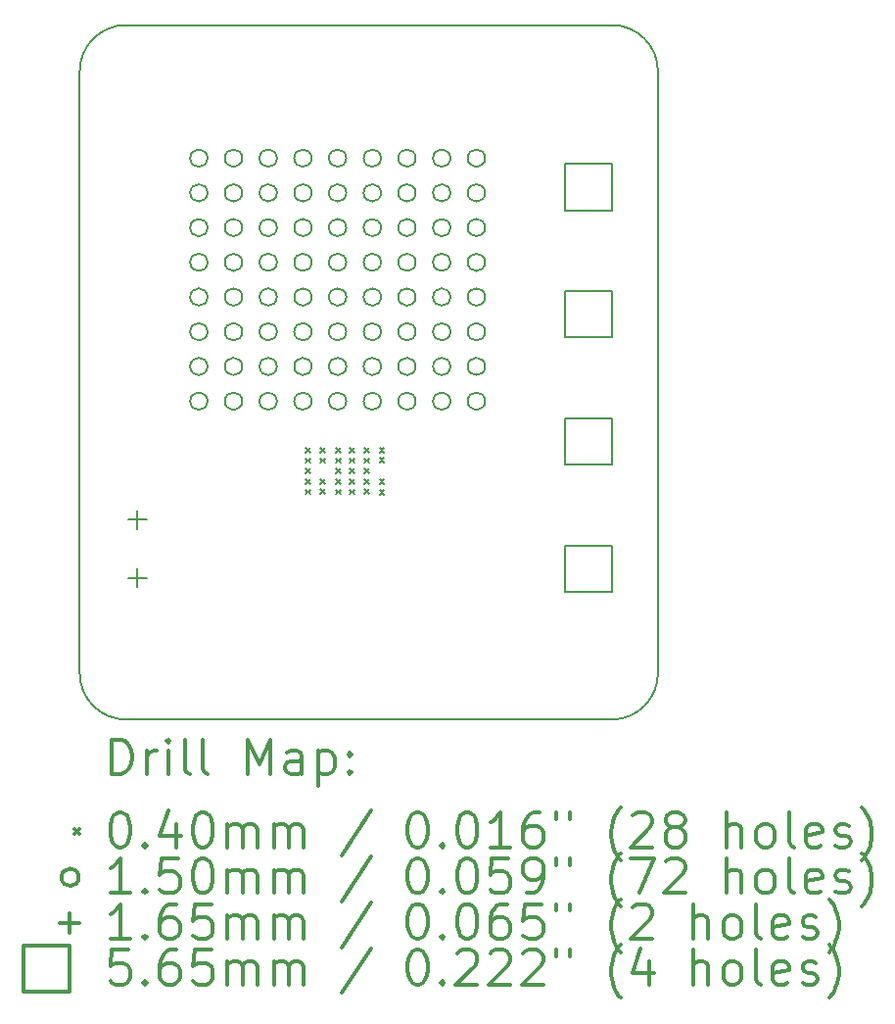
<source format=gbr>
%FSLAX45Y45*%
G04 Gerber Fmt 4.5, Leading zero omitted, Abs format (unit mm)*
G04 Created by KiCad (PCBNEW (5.1.5)-3) date 2020-09-07 21:35:08*
%MOMM*%
%LPD*%
G04 APERTURE LIST*
%TA.AperFunction,Profile*%
%ADD10C,0.150000*%
%TD*%
%ADD11C,0.200000*%
%ADD12C,0.300000*%
G04 APERTURE END LIST*
D10*
X0Y5600000D02*
G75*
G02X400000Y6000000I400000J0D01*
G01*
X400000Y0D02*
G75*
G02X0Y400000I0J400000D01*
G01*
X5000000Y400000D02*
G75*
G02X4600000Y0I-400000J0D01*
G01*
X4600000Y6000000D02*
G75*
G02X5000000Y5600000I0J-400000D01*
G01*
X400000Y0D02*
X4600000Y0D01*
X400000Y6000000D02*
X4600000Y6000000D01*
X5000000Y400000D02*
X5000000Y5600000D01*
X0Y400000D02*
X0Y5600000D01*
D11*
X1954000Y2166000D02*
X1994000Y2126000D01*
X1994000Y2166000D02*
X1954000Y2126000D01*
X1956000Y2347000D02*
X1996000Y2307000D01*
X1996000Y2347000D02*
X1956000Y2307000D01*
X1956000Y2257000D02*
X1996000Y2217000D01*
X1996000Y2257000D02*
X1956000Y2217000D01*
X1956000Y2077000D02*
X1996000Y2037000D01*
X1996000Y2077000D02*
X1956000Y2037000D01*
X1956000Y1987000D02*
X1996000Y1947000D01*
X1996000Y1987000D02*
X1956000Y1947000D01*
X2083000Y2348000D02*
X2123000Y2308000D01*
X2123000Y2348000D02*
X2083000Y2308000D01*
X2083000Y2258000D02*
X2123000Y2218000D01*
X2123000Y2258000D02*
X2083000Y2218000D01*
X2083000Y2078000D02*
X2123000Y2038000D01*
X2123000Y2078000D02*
X2083000Y2038000D01*
X2083000Y1988000D02*
X2123000Y1948000D01*
X2123000Y1988000D02*
X2083000Y1948000D01*
X2215000Y2347000D02*
X2255000Y2307000D01*
X2255000Y2347000D02*
X2215000Y2307000D01*
X2215000Y2257000D02*
X2255000Y2217000D01*
X2255000Y2257000D02*
X2215000Y2217000D01*
X2215000Y2167000D02*
X2255000Y2127000D01*
X2255000Y2167000D02*
X2215000Y2127000D01*
X2215000Y2077000D02*
X2255000Y2037000D01*
X2255000Y2077000D02*
X2215000Y2037000D01*
X2215000Y1987000D02*
X2255000Y1947000D01*
X2255000Y1987000D02*
X2215000Y1947000D01*
X2337000Y2347000D02*
X2377000Y2307000D01*
X2377000Y2347000D02*
X2337000Y2307000D01*
X2337000Y2257000D02*
X2377000Y2217000D01*
X2377000Y2257000D02*
X2337000Y2217000D01*
X2337000Y2167000D02*
X2377000Y2127000D01*
X2377000Y2167000D02*
X2337000Y2127000D01*
X2337000Y2077000D02*
X2377000Y2037000D01*
X2377000Y2077000D02*
X2337000Y2037000D01*
X2337000Y1987000D02*
X2377000Y1947000D01*
X2377000Y1987000D02*
X2337000Y1947000D01*
X2464000Y2348000D02*
X2504000Y2308000D01*
X2504000Y2348000D02*
X2464000Y2308000D01*
X2464000Y2258000D02*
X2504000Y2218000D01*
X2504000Y2258000D02*
X2464000Y2218000D01*
X2464000Y2168000D02*
X2504000Y2128000D01*
X2504000Y2168000D02*
X2464000Y2128000D01*
X2464000Y2078000D02*
X2504000Y2038000D01*
X2504000Y2078000D02*
X2464000Y2038000D01*
X2464000Y1988000D02*
X2504000Y1948000D01*
X2504000Y1988000D02*
X2464000Y1948000D01*
X2592000Y2349000D02*
X2632000Y2309000D01*
X2632000Y2349000D02*
X2592000Y2309000D01*
X2592000Y2261000D02*
X2632000Y2221000D01*
X2632000Y2261000D02*
X2592000Y2221000D01*
X2592000Y2074000D02*
X2632000Y2034000D01*
X2632000Y2074000D02*
X2592000Y2034000D01*
X2592000Y1984000D02*
X2632000Y1944000D01*
X2632000Y1984000D02*
X2592000Y1944000D01*
X1105000Y4850000D02*
G75*
G03X1105000Y4850000I-75000J0D01*
G01*
X1105000Y4550000D02*
G75*
G03X1105000Y4550000I-75000J0D01*
G01*
X1105000Y4250000D02*
G75*
G03X1105000Y4250000I-75000J0D01*
G01*
X1105000Y3950000D02*
G75*
G03X1105000Y3950000I-75000J0D01*
G01*
X1105000Y3650000D02*
G75*
G03X1105000Y3650000I-75000J0D01*
G01*
X1105000Y3350000D02*
G75*
G03X1105000Y3350000I-75000J0D01*
G01*
X1105000Y3050000D02*
G75*
G03X1105000Y3050000I-75000J0D01*
G01*
X1105000Y2750000D02*
G75*
G03X1105000Y2750000I-75000J0D01*
G01*
X1405000Y4850000D02*
G75*
G03X1405000Y4850000I-75000J0D01*
G01*
X1405000Y4550000D02*
G75*
G03X1405000Y4550000I-75000J0D01*
G01*
X1405000Y4250000D02*
G75*
G03X1405000Y4250000I-75000J0D01*
G01*
X1405000Y3950000D02*
G75*
G03X1405000Y3950000I-75000J0D01*
G01*
X1405000Y3650000D02*
G75*
G03X1405000Y3650000I-75000J0D01*
G01*
X1405000Y3350000D02*
G75*
G03X1405000Y3350000I-75000J0D01*
G01*
X1405000Y3050000D02*
G75*
G03X1405000Y3050000I-75000J0D01*
G01*
X1405000Y2750000D02*
G75*
G03X1405000Y2750000I-75000J0D01*
G01*
X1705000Y4850000D02*
G75*
G03X1705000Y4850000I-75000J0D01*
G01*
X1705000Y4550000D02*
G75*
G03X1705000Y4550000I-75000J0D01*
G01*
X1705000Y4250000D02*
G75*
G03X1705000Y4250000I-75000J0D01*
G01*
X1705000Y3950000D02*
G75*
G03X1705000Y3950000I-75000J0D01*
G01*
X1705000Y3650000D02*
G75*
G03X1705000Y3650000I-75000J0D01*
G01*
X1705000Y3350000D02*
G75*
G03X1705000Y3350000I-75000J0D01*
G01*
X1705000Y3050000D02*
G75*
G03X1705000Y3050000I-75000J0D01*
G01*
X1705000Y2750000D02*
G75*
G03X1705000Y2750000I-75000J0D01*
G01*
X2005000Y4850000D02*
G75*
G03X2005000Y4850000I-75000J0D01*
G01*
X2005000Y4550000D02*
G75*
G03X2005000Y4550000I-75000J0D01*
G01*
X2005000Y4250000D02*
G75*
G03X2005000Y4250000I-75000J0D01*
G01*
X2005000Y3950000D02*
G75*
G03X2005000Y3950000I-75000J0D01*
G01*
X2005000Y3650000D02*
G75*
G03X2005000Y3650000I-75000J0D01*
G01*
X2005000Y3350000D02*
G75*
G03X2005000Y3350000I-75000J0D01*
G01*
X2005000Y3050000D02*
G75*
G03X2005000Y3050000I-75000J0D01*
G01*
X2005000Y2750000D02*
G75*
G03X2005000Y2750000I-75000J0D01*
G01*
X2305000Y4850000D02*
G75*
G03X2305000Y4850000I-75000J0D01*
G01*
X2305000Y4550000D02*
G75*
G03X2305000Y4550000I-75000J0D01*
G01*
X2305000Y4250000D02*
G75*
G03X2305000Y4250000I-75000J0D01*
G01*
X2305000Y3950000D02*
G75*
G03X2305000Y3950000I-75000J0D01*
G01*
X2305000Y3650000D02*
G75*
G03X2305000Y3650000I-75000J0D01*
G01*
X2305000Y3350000D02*
G75*
G03X2305000Y3350000I-75000J0D01*
G01*
X2305000Y3050000D02*
G75*
G03X2305000Y3050000I-75000J0D01*
G01*
X2305000Y2750000D02*
G75*
G03X2305000Y2750000I-75000J0D01*
G01*
X2605000Y4850000D02*
G75*
G03X2605000Y4850000I-75000J0D01*
G01*
X2605000Y4550000D02*
G75*
G03X2605000Y4550000I-75000J0D01*
G01*
X2605000Y4250000D02*
G75*
G03X2605000Y4250000I-75000J0D01*
G01*
X2605000Y3950000D02*
G75*
G03X2605000Y3950000I-75000J0D01*
G01*
X2605000Y3650000D02*
G75*
G03X2605000Y3650000I-75000J0D01*
G01*
X2605000Y3350000D02*
G75*
G03X2605000Y3350000I-75000J0D01*
G01*
X2605000Y3050000D02*
G75*
G03X2605000Y3050000I-75000J0D01*
G01*
X2605000Y2750000D02*
G75*
G03X2605000Y2750000I-75000J0D01*
G01*
X2905000Y4850000D02*
G75*
G03X2905000Y4850000I-75000J0D01*
G01*
X2905000Y4550000D02*
G75*
G03X2905000Y4550000I-75000J0D01*
G01*
X2905000Y4250000D02*
G75*
G03X2905000Y4250000I-75000J0D01*
G01*
X2905000Y3950000D02*
G75*
G03X2905000Y3950000I-75000J0D01*
G01*
X2905000Y3650000D02*
G75*
G03X2905000Y3650000I-75000J0D01*
G01*
X2905000Y3350000D02*
G75*
G03X2905000Y3350000I-75000J0D01*
G01*
X2905000Y3050000D02*
G75*
G03X2905000Y3050000I-75000J0D01*
G01*
X2905000Y2750000D02*
G75*
G03X2905000Y2750000I-75000J0D01*
G01*
X3205000Y4850000D02*
G75*
G03X3205000Y4850000I-75000J0D01*
G01*
X3205000Y4550000D02*
G75*
G03X3205000Y4550000I-75000J0D01*
G01*
X3205000Y4250000D02*
G75*
G03X3205000Y4250000I-75000J0D01*
G01*
X3205000Y3950000D02*
G75*
G03X3205000Y3950000I-75000J0D01*
G01*
X3205000Y3650000D02*
G75*
G03X3205000Y3650000I-75000J0D01*
G01*
X3205000Y3350000D02*
G75*
G03X3205000Y3350000I-75000J0D01*
G01*
X3205000Y3050000D02*
G75*
G03X3205000Y3050000I-75000J0D01*
G01*
X3205000Y2750000D02*
G75*
G03X3205000Y2750000I-75000J0D01*
G01*
X3505000Y4850000D02*
G75*
G03X3505000Y4850000I-75000J0D01*
G01*
X3505000Y4550000D02*
G75*
G03X3505000Y4550000I-75000J0D01*
G01*
X3505000Y4250000D02*
G75*
G03X3505000Y4250000I-75000J0D01*
G01*
X3505000Y3950000D02*
G75*
G03X3505000Y3950000I-75000J0D01*
G01*
X3505000Y3650000D02*
G75*
G03X3505000Y3650000I-75000J0D01*
G01*
X3505000Y3350000D02*
G75*
G03X3505000Y3350000I-75000J0D01*
G01*
X3505000Y3050000D02*
G75*
G03X3505000Y3050000I-75000J0D01*
G01*
X3505000Y2750000D02*
G75*
G03X3505000Y2750000I-75000J0D01*
G01*
X500000Y1807500D02*
X500000Y1642500D01*
X417500Y1725000D02*
X582500Y1725000D01*
X500000Y1307500D02*
X500000Y1142500D01*
X417500Y1225000D02*
X582500Y1225000D01*
X4599760Y1100240D02*
X4599760Y1499760D01*
X4200240Y1499760D01*
X4200240Y1100240D01*
X4599760Y1100240D01*
X4599760Y2200240D02*
X4599760Y2599760D01*
X4200240Y2599760D01*
X4200240Y2200240D01*
X4599760Y2200240D01*
X4599760Y4400240D02*
X4599760Y4799760D01*
X4200240Y4799760D01*
X4200240Y4400240D01*
X4599760Y4400240D01*
X4599760Y3300240D02*
X4599760Y3699760D01*
X4200240Y3699760D01*
X4200240Y3300240D01*
X4599760Y3300240D01*
D12*
X278928Y-473214D02*
X278928Y-173214D01*
X350357Y-173214D01*
X393214Y-187500D01*
X421786Y-216071D01*
X436071Y-244643D01*
X450357Y-301786D01*
X450357Y-344643D01*
X436071Y-401786D01*
X421786Y-430357D01*
X393214Y-458929D01*
X350357Y-473214D01*
X278928Y-473214D01*
X578928Y-473214D02*
X578928Y-273214D01*
X578928Y-330357D02*
X593214Y-301786D01*
X607500Y-287500D01*
X636071Y-273214D01*
X664643Y-273214D01*
X764643Y-473214D02*
X764643Y-273214D01*
X764643Y-173214D02*
X750357Y-187500D01*
X764643Y-201786D01*
X778928Y-187500D01*
X764643Y-173214D01*
X764643Y-201786D01*
X950357Y-473214D02*
X921786Y-458929D01*
X907500Y-430357D01*
X907500Y-173214D01*
X1107500Y-473214D02*
X1078928Y-458929D01*
X1064643Y-430357D01*
X1064643Y-173214D01*
X1450357Y-473214D02*
X1450357Y-173214D01*
X1550357Y-387500D01*
X1650357Y-173214D01*
X1650357Y-473214D01*
X1921786Y-473214D02*
X1921786Y-316072D01*
X1907500Y-287500D01*
X1878928Y-273214D01*
X1821786Y-273214D01*
X1793214Y-287500D01*
X1921786Y-458929D02*
X1893214Y-473214D01*
X1821786Y-473214D01*
X1793214Y-458929D01*
X1778928Y-430357D01*
X1778928Y-401786D01*
X1793214Y-373214D01*
X1821786Y-358929D01*
X1893214Y-358929D01*
X1921786Y-344643D01*
X2064643Y-273214D02*
X2064643Y-573214D01*
X2064643Y-287500D02*
X2093214Y-273214D01*
X2150357Y-273214D01*
X2178928Y-287500D01*
X2193214Y-301786D01*
X2207500Y-330357D01*
X2207500Y-416071D01*
X2193214Y-444643D01*
X2178928Y-458929D01*
X2150357Y-473214D01*
X2093214Y-473214D01*
X2064643Y-458929D01*
X2336071Y-444643D02*
X2350357Y-458929D01*
X2336071Y-473214D01*
X2321786Y-458929D01*
X2336071Y-444643D01*
X2336071Y-473214D01*
X2336071Y-287500D02*
X2350357Y-301786D01*
X2336071Y-316072D01*
X2321786Y-301786D01*
X2336071Y-287500D01*
X2336071Y-316072D01*
X-47500Y-947500D02*
X-7500Y-987500D01*
X-7500Y-947500D02*
X-47500Y-987500D01*
X336071Y-803214D02*
X364643Y-803214D01*
X393214Y-817500D01*
X407500Y-831786D01*
X421786Y-860357D01*
X436071Y-917500D01*
X436071Y-988929D01*
X421786Y-1046071D01*
X407500Y-1074643D01*
X393214Y-1088929D01*
X364643Y-1103214D01*
X336071Y-1103214D01*
X307500Y-1088929D01*
X293214Y-1074643D01*
X278928Y-1046071D01*
X264643Y-988929D01*
X264643Y-917500D01*
X278928Y-860357D01*
X293214Y-831786D01*
X307500Y-817500D01*
X336071Y-803214D01*
X564643Y-1074643D02*
X578928Y-1088929D01*
X564643Y-1103214D01*
X550357Y-1088929D01*
X564643Y-1074643D01*
X564643Y-1103214D01*
X836071Y-903214D02*
X836071Y-1103214D01*
X764643Y-788929D02*
X693214Y-1003214D01*
X878928Y-1003214D01*
X1050357Y-803214D02*
X1078928Y-803214D01*
X1107500Y-817500D01*
X1121786Y-831786D01*
X1136071Y-860357D01*
X1150357Y-917500D01*
X1150357Y-988929D01*
X1136071Y-1046071D01*
X1121786Y-1074643D01*
X1107500Y-1088929D01*
X1078928Y-1103214D01*
X1050357Y-1103214D01*
X1021786Y-1088929D01*
X1007500Y-1074643D01*
X993214Y-1046071D01*
X978928Y-988929D01*
X978928Y-917500D01*
X993214Y-860357D01*
X1007500Y-831786D01*
X1021786Y-817500D01*
X1050357Y-803214D01*
X1278928Y-1103214D02*
X1278928Y-903214D01*
X1278928Y-931786D02*
X1293214Y-917500D01*
X1321786Y-903214D01*
X1364643Y-903214D01*
X1393214Y-917500D01*
X1407500Y-946071D01*
X1407500Y-1103214D01*
X1407500Y-946071D02*
X1421786Y-917500D01*
X1450357Y-903214D01*
X1493214Y-903214D01*
X1521786Y-917500D01*
X1536071Y-946071D01*
X1536071Y-1103214D01*
X1678928Y-1103214D02*
X1678928Y-903214D01*
X1678928Y-931786D02*
X1693214Y-917500D01*
X1721786Y-903214D01*
X1764643Y-903214D01*
X1793214Y-917500D01*
X1807500Y-946071D01*
X1807500Y-1103214D01*
X1807500Y-946071D02*
X1821786Y-917500D01*
X1850357Y-903214D01*
X1893214Y-903214D01*
X1921786Y-917500D01*
X1936071Y-946071D01*
X1936071Y-1103214D01*
X2521786Y-788929D02*
X2264643Y-1174643D01*
X2907500Y-803214D02*
X2936071Y-803214D01*
X2964643Y-817500D01*
X2978928Y-831786D01*
X2993214Y-860357D01*
X3007500Y-917500D01*
X3007500Y-988929D01*
X2993214Y-1046071D01*
X2978928Y-1074643D01*
X2964643Y-1088929D01*
X2936071Y-1103214D01*
X2907500Y-1103214D01*
X2878928Y-1088929D01*
X2864643Y-1074643D01*
X2850357Y-1046071D01*
X2836071Y-988929D01*
X2836071Y-917500D01*
X2850357Y-860357D01*
X2864643Y-831786D01*
X2878928Y-817500D01*
X2907500Y-803214D01*
X3136071Y-1074643D02*
X3150357Y-1088929D01*
X3136071Y-1103214D01*
X3121786Y-1088929D01*
X3136071Y-1074643D01*
X3136071Y-1103214D01*
X3336071Y-803214D02*
X3364643Y-803214D01*
X3393214Y-817500D01*
X3407500Y-831786D01*
X3421786Y-860357D01*
X3436071Y-917500D01*
X3436071Y-988929D01*
X3421786Y-1046071D01*
X3407500Y-1074643D01*
X3393214Y-1088929D01*
X3364643Y-1103214D01*
X3336071Y-1103214D01*
X3307500Y-1088929D01*
X3293214Y-1074643D01*
X3278928Y-1046071D01*
X3264643Y-988929D01*
X3264643Y-917500D01*
X3278928Y-860357D01*
X3293214Y-831786D01*
X3307500Y-817500D01*
X3336071Y-803214D01*
X3721786Y-1103214D02*
X3550357Y-1103214D01*
X3636071Y-1103214D02*
X3636071Y-803214D01*
X3607500Y-846071D01*
X3578928Y-874643D01*
X3550357Y-888929D01*
X3978928Y-803214D02*
X3921786Y-803214D01*
X3893214Y-817500D01*
X3878928Y-831786D01*
X3850357Y-874643D01*
X3836071Y-931786D01*
X3836071Y-1046071D01*
X3850357Y-1074643D01*
X3864643Y-1088929D01*
X3893214Y-1103214D01*
X3950357Y-1103214D01*
X3978928Y-1088929D01*
X3993214Y-1074643D01*
X4007500Y-1046071D01*
X4007500Y-974643D01*
X3993214Y-946071D01*
X3978928Y-931786D01*
X3950357Y-917500D01*
X3893214Y-917500D01*
X3864643Y-931786D01*
X3850357Y-946071D01*
X3836071Y-974643D01*
X4121786Y-803214D02*
X4121786Y-860357D01*
X4236071Y-803214D02*
X4236071Y-860357D01*
X4678928Y-1217500D02*
X4664643Y-1203214D01*
X4636071Y-1160357D01*
X4621786Y-1131786D01*
X4607500Y-1088929D01*
X4593214Y-1017500D01*
X4593214Y-960357D01*
X4607500Y-888929D01*
X4621786Y-846071D01*
X4636071Y-817500D01*
X4664643Y-774643D01*
X4678928Y-760357D01*
X4778928Y-831786D02*
X4793214Y-817500D01*
X4821786Y-803214D01*
X4893214Y-803214D01*
X4921786Y-817500D01*
X4936071Y-831786D01*
X4950357Y-860357D01*
X4950357Y-888929D01*
X4936071Y-931786D01*
X4764643Y-1103214D01*
X4950357Y-1103214D01*
X5121786Y-931786D02*
X5093214Y-917500D01*
X5078928Y-903214D01*
X5064643Y-874643D01*
X5064643Y-860357D01*
X5078928Y-831786D01*
X5093214Y-817500D01*
X5121786Y-803214D01*
X5178928Y-803214D01*
X5207500Y-817500D01*
X5221786Y-831786D01*
X5236071Y-860357D01*
X5236071Y-874643D01*
X5221786Y-903214D01*
X5207500Y-917500D01*
X5178928Y-931786D01*
X5121786Y-931786D01*
X5093214Y-946071D01*
X5078928Y-960357D01*
X5064643Y-988929D01*
X5064643Y-1046071D01*
X5078928Y-1074643D01*
X5093214Y-1088929D01*
X5121786Y-1103214D01*
X5178928Y-1103214D01*
X5207500Y-1088929D01*
X5221786Y-1074643D01*
X5236071Y-1046071D01*
X5236071Y-988929D01*
X5221786Y-960357D01*
X5207500Y-946071D01*
X5178928Y-931786D01*
X5593214Y-1103214D02*
X5593214Y-803214D01*
X5721786Y-1103214D02*
X5721786Y-946071D01*
X5707500Y-917500D01*
X5678928Y-903214D01*
X5636071Y-903214D01*
X5607500Y-917500D01*
X5593214Y-931786D01*
X5907500Y-1103214D02*
X5878928Y-1088929D01*
X5864643Y-1074643D01*
X5850357Y-1046071D01*
X5850357Y-960357D01*
X5864643Y-931786D01*
X5878928Y-917500D01*
X5907500Y-903214D01*
X5950357Y-903214D01*
X5978928Y-917500D01*
X5993214Y-931786D01*
X6007500Y-960357D01*
X6007500Y-1046071D01*
X5993214Y-1074643D01*
X5978928Y-1088929D01*
X5950357Y-1103214D01*
X5907500Y-1103214D01*
X6178928Y-1103214D02*
X6150357Y-1088929D01*
X6136071Y-1060357D01*
X6136071Y-803214D01*
X6407500Y-1088929D02*
X6378928Y-1103214D01*
X6321786Y-1103214D01*
X6293214Y-1088929D01*
X6278928Y-1060357D01*
X6278928Y-946071D01*
X6293214Y-917500D01*
X6321786Y-903214D01*
X6378928Y-903214D01*
X6407500Y-917500D01*
X6421786Y-946071D01*
X6421786Y-974643D01*
X6278928Y-1003214D01*
X6536071Y-1088929D02*
X6564643Y-1103214D01*
X6621786Y-1103214D01*
X6650357Y-1088929D01*
X6664643Y-1060357D01*
X6664643Y-1046071D01*
X6650357Y-1017500D01*
X6621786Y-1003214D01*
X6578928Y-1003214D01*
X6550357Y-988929D01*
X6536071Y-960357D01*
X6536071Y-946071D01*
X6550357Y-917500D01*
X6578928Y-903214D01*
X6621786Y-903214D01*
X6650357Y-917500D01*
X6764643Y-1217500D02*
X6778928Y-1203214D01*
X6807500Y-1160357D01*
X6821786Y-1131786D01*
X6836071Y-1088929D01*
X6850357Y-1017500D01*
X6850357Y-960357D01*
X6836071Y-888929D01*
X6821786Y-846071D01*
X6807500Y-817500D01*
X6778928Y-774643D01*
X6764643Y-760357D01*
X-7500Y-1363500D02*
G75*
G03X-7500Y-1363500I-75000J0D01*
G01*
X436071Y-1499214D02*
X264643Y-1499214D01*
X350357Y-1499214D02*
X350357Y-1199214D01*
X321786Y-1242072D01*
X293214Y-1270643D01*
X264643Y-1284929D01*
X564643Y-1470643D02*
X578928Y-1484929D01*
X564643Y-1499214D01*
X550357Y-1484929D01*
X564643Y-1470643D01*
X564643Y-1499214D01*
X850357Y-1199214D02*
X707500Y-1199214D01*
X693214Y-1342072D01*
X707500Y-1327786D01*
X736071Y-1313500D01*
X807500Y-1313500D01*
X836071Y-1327786D01*
X850357Y-1342072D01*
X864643Y-1370643D01*
X864643Y-1442071D01*
X850357Y-1470643D01*
X836071Y-1484929D01*
X807500Y-1499214D01*
X736071Y-1499214D01*
X707500Y-1484929D01*
X693214Y-1470643D01*
X1050357Y-1199214D02*
X1078928Y-1199214D01*
X1107500Y-1213500D01*
X1121786Y-1227786D01*
X1136071Y-1256357D01*
X1150357Y-1313500D01*
X1150357Y-1384929D01*
X1136071Y-1442071D01*
X1121786Y-1470643D01*
X1107500Y-1484929D01*
X1078928Y-1499214D01*
X1050357Y-1499214D01*
X1021786Y-1484929D01*
X1007500Y-1470643D01*
X993214Y-1442071D01*
X978928Y-1384929D01*
X978928Y-1313500D01*
X993214Y-1256357D01*
X1007500Y-1227786D01*
X1021786Y-1213500D01*
X1050357Y-1199214D01*
X1278928Y-1499214D02*
X1278928Y-1299214D01*
X1278928Y-1327786D02*
X1293214Y-1313500D01*
X1321786Y-1299214D01*
X1364643Y-1299214D01*
X1393214Y-1313500D01*
X1407500Y-1342072D01*
X1407500Y-1499214D01*
X1407500Y-1342072D02*
X1421786Y-1313500D01*
X1450357Y-1299214D01*
X1493214Y-1299214D01*
X1521786Y-1313500D01*
X1536071Y-1342072D01*
X1536071Y-1499214D01*
X1678928Y-1499214D02*
X1678928Y-1299214D01*
X1678928Y-1327786D02*
X1693214Y-1313500D01*
X1721786Y-1299214D01*
X1764643Y-1299214D01*
X1793214Y-1313500D01*
X1807500Y-1342072D01*
X1807500Y-1499214D01*
X1807500Y-1342072D02*
X1821786Y-1313500D01*
X1850357Y-1299214D01*
X1893214Y-1299214D01*
X1921786Y-1313500D01*
X1936071Y-1342072D01*
X1936071Y-1499214D01*
X2521786Y-1184929D02*
X2264643Y-1570643D01*
X2907500Y-1199214D02*
X2936071Y-1199214D01*
X2964643Y-1213500D01*
X2978928Y-1227786D01*
X2993214Y-1256357D01*
X3007500Y-1313500D01*
X3007500Y-1384929D01*
X2993214Y-1442071D01*
X2978928Y-1470643D01*
X2964643Y-1484929D01*
X2936071Y-1499214D01*
X2907500Y-1499214D01*
X2878928Y-1484929D01*
X2864643Y-1470643D01*
X2850357Y-1442071D01*
X2836071Y-1384929D01*
X2836071Y-1313500D01*
X2850357Y-1256357D01*
X2864643Y-1227786D01*
X2878928Y-1213500D01*
X2907500Y-1199214D01*
X3136071Y-1470643D02*
X3150357Y-1484929D01*
X3136071Y-1499214D01*
X3121786Y-1484929D01*
X3136071Y-1470643D01*
X3136071Y-1499214D01*
X3336071Y-1199214D02*
X3364643Y-1199214D01*
X3393214Y-1213500D01*
X3407500Y-1227786D01*
X3421786Y-1256357D01*
X3436071Y-1313500D01*
X3436071Y-1384929D01*
X3421786Y-1442071D01*
X3407500Y-1470643D01*
X3393214Y-1484929D01*
X3364643Y-1499214D01*
X3336071Y-1499214D01*
X3307500Y-1484929D01*
X3293214Y-1470643D01*
X3278928Y-1442071D01*
X3264643Y-1384929D01*
X3264643Y-1313500D01*
X3278928Y-1256357D01*
X3293214Y-1227786D01*
X3307500Y-1213500D01*
X3336071Y-1199214D01*
X3707500Y-1199214D02*
X3564643Y-1199214D01*
X3550357Y-1342072D01*
X3564643Y-1327786D01*
X3593214Y-1313500D01*
X3664643Y-1313500D01*
X3693214Y-1327786D01*
X3707500Y-1342072D01*
X3721786Y-1370643D01*
X3721786Y-1442071D01*
X3707500Y-1470643D01*
X3693214Y-1484929D01*
X3664643Y-1499214D01*
X3593214Y-1499214D01*
X3564643Y-1484929D01*
X3550357Y-1470643D01*
X3864643Y-1499214D02*
X3921786Y-1499214D01*
X3950357Y-1484929D01*
X3964643Y-1470643D01*
X3993214Y-1427786D01*
X4007500Y-1370643D01*
X4007500Y-1256357D01*
X3993214Y-1227786D01*
X3978928Y-1213500D01*
X3950357Y-1199214D01*
X3893214Y-1199214D01*
X3864643Y-1213500D01*
X3850357Y-1227786D01*
X3836071Y-1256357D01*
X3836071Y-1327786D01*
X3850357Y-1356357D01*
X3864643Y-1370643D01*
X3893214Y-1384929D01*
X3950357Y-1384929D01*
X3978928Y-1370643D01*
X3993214Y-1356357D01*
X4007500Y-1327786D01*
X4121786Y-1199214D02*
X4121786Y-1256357D01*
X4236071Y-1199214D02*
X4236071Y-1256357D01*
X4678928Y-1613500D02*
X4664643Y-1599214D01*
X4636071Y-1556357D01*
X4621786Y-1527786D01*
X4607500Y-1484929D01*
X4593214Y-1413500D01*
X4593214Y-1356357D01*
X4607500Y-1284929D01*
X4621786Y-1242072D01*
X4636071Y-1213500D01*
X4664643Y-1170643D01*
X4678928Y-1156357D01*
X4764643Y-1199214D02*
X4964643Y-1199214D01*
X4836071Y-1499214D01*
X5064643Y-1227786D02*
X5078928Y-1213500D01*
X5107500Y-1199214D01*
X5178928Y-1199214D01*
X5207500Y-1213500D01*
X5221786Y-1227786D01*
X5236071Y-1256357D01*
X5236071Y-1284929D01*
X5221786Y-1327786D01*
X5050357Y-1499214D01*
X5236071Y-1499214D01*
X5593214Y-1499214D02*
X5593214Y-1199214D01*
X5721786Y-1499214D02*
X5721786Y-1342072D01*
X5707500Y-1313500D01*
X5678928Y-1299214D01*
X5636071Y-1299214D01*
X5607500Y-1313500D01*
X5593214Y-1327786D01*
X5907500Y-1499214D02*
X5878928Y-1484929D01*
X5864643Y-1470643D01*
X5850357Y-1442071D01*
X5850357Y-1356357D01*
X5864643Y-1327786D01*
X5878928Y-1313500D01*
X5907500Y-1299214D01*
X5950357Y-1299214D01*
X5978928Y-1313500D01*
X5993214Y-1327786D01*
X6007500Y-1356357D01*
X6007500Y-1442071D01*
X5993214Y-1470643D01*
X5978928Y-1484929D01*
X5950357Y-1499214D01*
X5907500Y-1499214D01*
X6178928Y-1499214D02*
X6150357Y-1484929D01*
X6136071Y-1456357D01*
X6136071Y-1199214D01*
X6407500Y-1484929D02*
X6378928Y-1499214D01*
X6321786Y-1499214D01*
X6293214Y-1484929D01*
X6278928Y-1456357D01*
X6278928Y-1342072D01*
X6293214Y-1313500D01*
X6321786Y-1299214D01*
X6378928Y-1299214D01*
X6407500Y-1313500D01*
X6421786Y-1342072D01*
X6421786Y-1370643D01*
X6278928Y-1399214D01*
X6536071Y-1484929D02*
X6564643Y-1499214D01*
X6621786Y-1499214D01*
X6650357Y-1484929D01*
X6664643Y-1456357D01*
X6664643Y-1442071D01*
X6650357Y-1413500D01*
X6621786Y-1399214D01*
X6578928Y-1399214D01*
X6550357Y-1384929D01*
X6536071Y-1356357D01*
X6536071Y-1342072D01*
X6550357Y-1313500D01*
X6578928Y-1299214D01*
X6621786Y-1299214D01*
X6650357Y-1313500D01*
X6764643Y-1613500D02*
X6778928Y-1599214D01*
X6807500Y-1556357D01*
X6821786Y-1527786D01*
X6836071Y-1484929D01*
X6850357Y-1413500D01*
X6850357Y-1356357D01*
X6836071Y-1284929D01*
X6821786Y-1242072D01*
X6807500Y-1213500D01*
X6778928Y-1170643D01*
X6764643Y-1156357D01*
X-90000Y-1677000D02*
X-90000Y-1842000D01*
X-172500Y-1759500D02*
X-7500Y-1759500D01*
X436071Y-1895214D02*
X264643Y-1895214D01*
X350357Y-1895214D02*
X350357Y-1595214D01*
X321786Y-1638071D01*
X293214Y-1666643D01*
X264643Y-1680929D01*
X564643Y-1866643D02*
X578928Y-1880929D01*
X564643Y-1895214D01*
X550357Y-1880929D01*
X564643Y-1866643D01*
X564643Y-1895214D01*
X836071Y-1595214D02*
X778928Y-1595214D01*
X750357Y-1609500D01*
X736071Y-1623786D01*
X707500Y-1666643D01*
X693214Y-1723786D01*
X693214Y-1838071D01*
X707500Y-1866643D01*
X721786Y-1880929D01*
X750357Y-1895214D01*
X807500Y-1895214D01*
X836071Y-1880929D01*
X850357Y-1866643D01*
X864643Y-1838071D01*
X864643Y-1766643D01*
X850357Y-1738071D01*
X836071Y-1723786D01*
X807500Y-1709500D01*
X750357Y-1709500D01*
X721786Y-1723786D01*
X707500Y-1738071D01*
X693214Y-1766643D01*
X1136071Y-1595214D02*
X993214Y-1595214D01*
X978928Y-1738071D01*
X993214Y-1723786D01*
X1021786Y-1709500D01*
X1093214Y-1709500D01*
X1121786Y-1723786D01*
X1136071Y-1738071D01*
X1150357Y-1766643D01*
X1150357Y-1838071D01*
X1136071Y-1866643D01*
X1121786Y-1880929D01*
X1093214Y-1895214D01*
X1021786Y-1895214D01*
X993214Y-1880929D01*
X978928Y-1866643D01*
X1278928Y-1895214D02*
X1278928Y-1695214D01*
X1278928Y-1723786D02*
X1293214Y-1709500D01*
X1321786Y-1695214D01*
X1364643Y-1695214D01*
X1393214Y-1709500D01*
X1407500Y-1738071D01*
X1407500Y-1895214D01*
X1407500Y-1738071D02*
X1421786Y-1709500D01*
X1450357Y-1695214D01*
X1493214Y-1695214D01*
X1521786Y-1709500D01*
X1536071Y-1738071D01*
X1536071Y-1895214D01*
X1678928Y-1895214D02*
X1678928Y-1695214D01*
X1678928Y-1723786D02*
X1693214Y-1709500D01*
X1721786Y-1695214D01*
X1764643Y-1695214D01*
X1793214Y-1709500D01*
X1807500Y-1738071D01*
X1807500Y-1895214D01*
X1807500Y-1738071D02*
X1821786Y-1709500D01*
X1850357Y-1695214D01*
X1893214Y-1695214D01*
X1921786Y-1709500D01*
X1936071Y-1738071D01*
X1936071Y-1895214D01*
X2521786Y-1580929D02*
X2264643Y-1966643D01*
X2907500Y-1595214D02*
X2936071Y-1595214D01*
X2964643Y-1609500D01*
X2978928Y-1623786D01*
X2993214Y-1652357D01*
X3007500Y-1709500D01*
X3007500Y-1780929D01*
X2993214Y-1838071D01*
X2978928Y-1866643D01*
X2964643Y-1880929D01*
X2936071Y-1895214D01*
X2907500Y-1895214D01*
X2878928Y-1880929D01*
X2864643Y-1866643D01*
X2850357Y-1838071D01*
X2836071Y-1780929D01*
X2836071Y-1709500D01*
X2850357Y-1652357D01*
X2864643Y-1623786D01*
X2878928Y-1609500D01*
X2907500Y-1595214D01*
X3136071Y-1866643D02*
X3150357Y-1880929D01*
X3136071Y-1895214D01*
X3121786Y-1880929D01*
X3136071Y-1866643D01*
X3136071Y-1895214D01*
X3336071Y-1595214D02*
X3364643Y-1595214D01*
X3393214Y-1609500D01*
X3407500Y-1623786D01*
X3421786Y-1652357D01*
X3436071Y-1709500D01*
X3436071Y-1780929D01*
X3421786Y-1838071D01*
X3407500Y-1866643D01*
X3393214Y-1880929D01*
X3364643Y-1895214D01*
X3336071Y-1895214D01*
X3307500Y-1880929D01*
X3293214Y-1866643D01*
X3278928Y-1838071D01*
X3264643Y-1780929D01*
X3264643Y-1709500D01*
X3278928Y-1652357D01*
X3293214Y-1623786D01*
X3307500Y-1609500D01*
X3336071Y-1595214D01*
X3693214Y-1595214D02*
X3636071Y-1595214D01*
X3607500Y-1609500D01*
X3593214Y-1623786D01*
X3564643Y-1666643D01*
X3550357Y-1723786D01*
X3550357Y-1838071D01*
X3564643Y-1866643D01*
X3578928Y-1880929D01*
X3607500Y-1895214D01*
X3664643Y-1895214D01*
X3693214Y-1880929D01*
X3707500Y-1866643D01*
X3721786Y-1838071D01*
X3721786Y-1766643D01*
X3707500Y-1738071D01*
X3693214Y-1723786D01*
X3664643Y-1709500D01*
X3607500Y-1709500D01*
X3578928Y-1723786D01*
X3564643Y-1738071D01*
X3550357Y-1766643D01*
X3993214Y-1595214D02*
X3850357Y-1595214D01*
X3836071Y-1738071D01*
X3850357Y-1723786D01*
X3878928Y-1709500D01*
X3950357Y-1709500D01*
X3978928Y-1723786D01*
X3993214Y-1738071D01*
X4007500Y-1766643D01*
X4007500Y-1838071D01*
X3993214Y-1866643D01*
X3978928Y-1880929D01*
X3950357Y-1895214D01*
X3878928Y-1895214D01*
X3850357Y-1880929D01*
X3836071Y-1866643D01*
X4121786Y-1595214D02*
X4121786Y-1652357D01*
X4236071Y-1595214D02*
X4236071Y-1652357D01*
X4678928Y-2009500D02*
X4664643Y-1995214D01*
X4636071Y-1952357D01*
X4621786Y-1923786D01*
X4607500Y-1880929D01*
X4593214Y-1809500D01*
X4593214Y-1752357D01*
X4607500Y-1680929D01*
X4621786Y-1638071D01*
X4636071Y-1609500D01*
X4664643Y-1566643D01*
X4678928Y-1552357D01*
X4778928Y-1623786D02*
X4793214Y-1609500D01*
X4821786Y-1595214D01*
X4893214Y-1595214D01*
X4921786Y-1609500D01*
X4936071Y-1623786D01*
X4950357Y-1652357D01*
X4950357Y-1680929D01*
X4936071Y-1723786D01*
X4764643Y-1895214D01*
X4950357Y-1895214D01*
X5307500Y-1895214D02*
X5307500Y-1595214D01*
X5436071Y-1895214D02*
X5436071Y-1738071D01*
X5421786Y-1709500D01*
X5393214Y-1695214D01*
X5350357Y-1695214D01*
X5321786Y-1709500D01*
X5307500Y-1723786D01*
X5621786Y-1895214D02*
X5593214Y-1880929D01*
X5578928Y-1866643D01*
X5564643Y-1838071D01*
X5564643Y-1752357D01*
X5578928Y-1723786D01*
X5593214Y-1709500D01*
X5621786Y-1695214D01*
X5664643Y-1695214D01*
X5693214Y-1709500D01*
X5707500Y-1723786D01*
X5721786Y-1752357D01*
X5721786Y-1838071D01*
X5707500Y-1866643D01*
X5693214Y-1880929D01*
X5664643Y-1895214D01*
X5621786Y-1895214D01*
X5893214Y-1895214D02*
X5864643Y-1880929D01*
X5850357Y-1852357D01*
X5850357Y-1595214D01*
X6121786Y-1880929D02*
X6093214Y-1895214D01*
X6036071Y-1895214D01*
X6007500Y-1880929D01*
X5993214Y-1852357D01*
X5993214Y-1738071D01*
X6007500Y-1709500D01*
X6036071Y-1695214D01*
X6093214Y-1695214D01*
X6121786Y-1709500D01*
X6136071Y-1738071D01*
X6136071Y-1766643D01*
X5993214Y-1795214D01*
X6250357Y-1880929D02*
X6278928Y-1895214D01*
X6336071Y-1895214D01*
X6364643Y-1880929D01*
X6378928Y-1852357D01*
X6378928Y-1838071D01*
X6364643Y-1809500D01*
X6336071Y-1795214D01*
X6293214Y-1795214D01*
X6264643Y-1780929D01*
X6250357Y-1752357D01*
X6250357Y-1738071D01*
X6264643Y-1709500D01*
X6293214Y-1695214D01*
X6336071Y-1695214D01*
X6364643Y-1709500D01*
X6478928Y-2009500D02*
X6493214Y-1995214D01*
X6521786Y-1952357D01*
X6536071Y-1923786D01*
X6550357Y-1880929D01*
X6564643Y-1809500D01*
X6564643Y-1752357D01*
X6550357Y-1680929D01*
X6536071Y-1638071D01*
X6521786Y-1609500D01*
X6493214Y-1566643D01*
X6478928Y-1552357D01*
X-90240Y-2355260D02*
X-90240Y-1955740D01*
X-489760Y-1955740D01*
X-489760Y-2355260D01*
X-90240Y-2355260D01*
X421786Y-1991214D02*
X278928Y-1991214D01*
X264643Y-2134072D01*
X278928Y-2119786D01*
X307500Y-2105500D01*
X378928Y-2105500D01*
X407500Y-2119786D01*
X421786Y-2134072D01*
X436071Y-2162643D01*
X436071Y-2234072D01*
X421786Y-2262643D01*
X407500Y-2276929D01*
X378928Y-2291214D01*
X307500Y-2291214D01*
X278928Y-2276929D01*
X264643Y-2262643D01*
X564643Y-2262643D02*
X578928Y-2276929D01*
X564643Y-2291214D01*
X550357Y-2276929D01*
X564643Y-2262643D01*
X564643Y-2291214D01*
X836071Y-1991214D02*
X778928Y-1991214D01*
X750357Y-2005500D01*
X736071Y-2019786D01*
X707500Y-2062643D01*
X693214Y-2119786D01*
X693214Y-2234072D01*
X707500Y-2262643D01*
X721786Y-2276929D01*
X750357Y-2291214D01*
X807500Y-2291214D01*
X836071Y-2276929D01*
X850357Y-2262643D01*
X864643Y-2234072D01*
X864643Y-2162643D01*
X850357Y-2134072D01*
X836071Y-2119786D01*
X807500Y-2105500D01*
X750357Y-2105500D01*
X721786Y-2119786D01*
X707500Y-2134072D01*
X693214Y-2162643D01*
X1136071Y-1991214D02*
X993214Y-1991214D01*
X978928Y-2134072D01*
X993214Y-2119786D01*
X1021786Y-2105500D01*
X1093214Y-2105500D01*
X1121786Y-2119786D01*
X1136071Y-2134072D01*
X1150357Y-2162643D01*
X1150357Y-2234072D01*
X1136071Y-2262643D01*
X1121786Y-2276929D01*
X1093214Y-2291214D01*
X1021786Y-2291214D01*
X993214Y-2276929D01*
X978928Y-2262643D01*
X1278928Y-2291214D02*
X1278928Y-2091214D01*
X1278928Y-2119786D02*
X1293214Y-2105500D01*
X1321786Y-2091214D01*
X1364643Y-2091214D01*
X1393214Y-2105500D01*
X1407500Y-2134072D01*
X1407500Y-2291214D01*
X1407500Y-2134072D02*
X1421786Y-2105500D01*
X1450357Y-2091214D01*
X1493214Y-2091214D01*
X1521786Y-2105500D01*
X1536071Y-2134072D01*
X1536071Y-2291214D01*
X1678928Y-2291214D02*
X1678928Y-2091214D01*
X1678928Y-2119786D02*
X1693214Y-2105500D01*
X1721786Y-2091214D01*
X1764643Y-2091214D01*
X1793214Y-2105500D01*
X1807500Y-2134072D01*
X1807500Y-2291214D01*
X1807500Y-2134072D02*
X1821786Y-2105500D01*
X1850357Y-2091214D01*
X1893214Y-2091214D01*
X1921786Y-2105500D01*
X1936071Y-2134072D01*
X1936071Y-2291214D01*
X2521786Y-1976929D02*
X2264643Y-2362643D01*
X2907500Y-1991214D02*
X2936071Y-1991214D01*
X2964643Y-2005500D01*
X2978928Y-2019786D01*
X2993214Y-2048357D01*
X3007500Y-2105500D01*
X3007500Y-2176929D01*
X2993214Y-2234072D01*
X2978928Y-2262643D01*
X2964643Y-2276929D01*
X2936071Y-2291214D01*
X2907500Y-2291214D01*
X2878928Y-2276929D01*
X2864643Y-2262643D01*
X2850357Y-2234072D01*
X2836071Y-2176929D01*
X2836071Y-2105500D01*
X2850357Y-2048357D01*
X2864643Y-2019786D01*
X2878928Y-2005500D01*
X2907500Y-1991214D01*
X3136071Y-2262643D02*
X3150357Y-2276929D01*
X3136071Y-2291214D01*
X3121786Y-2276929D01*
X3136071Y-2262643D01*
X3136071Y-2291214D01*
X3264643Y-2019786D02*
X3278928Y-2005500D01*
X3307500Y-1991214D01*
X3378928Y-1991214D01*
X3407500Y-2005500D01*
X3421786Y-2019786D01*
X3436071Y-2048357D01*
X3436071Y-2076929D01*
X3421786Y-2119786D01*
X3250357Y-2291214D01*
X3436071Y-2291214D01*
X3550357Y-2019786D02*
X3564643Y-2005500D01*
X3593214Y-1991214D01*
X3664643Y-1991214D01*
X3693214Y-2005500D01*
X3707500Y-2019786D01*
X3721786Y-2048357D01*
X3721786Y-2076929D01*
X3707500Y-2119786D01*
X3536071Y-2291214D01*
X3721786Y-2291214D01*
X3836071Y-2019786D02*
X3850357Y-2005500D01*
X3878928Y-1991214D01*
X3950357Y-1991214D01*
X3978928Y-2005500D01*
X3993214Y-2019786D01*
X4007500Y-2048357D01*
X4007500Y-2076929D01*
X3993214Y-2119786D01*
X3821786Y-2291214D01*
X4007500Y-2291214D01*
X4121786Y-1991214D02*
X4121786Y-2048357D01*
X4236071Y-1991214D02*
X4236071Y-2048357D01*
X4678928Y-2405500D02*
X4664643Y-2391214D01*
X4636071Y-2348357D01*
X4621786Y-2319786D01*
X4607500Y-2276929D01*
X4593214Y-2205500D01*
X4593214Y-2148357D01*
X4607500Y-2076929D01*
X4621786Y-2034071D01*
X4636071Y-2005500D01*
X4664643Y-1962643D01*
X4678928Y-1948357D01*
X4921786Y-2091214D02*
X4921786Y-2291214D01*
X4850357Y-1976929D02*
X4778928Y-2191214D01*
X4964643Y-2191214D01*
X5307500Y-2291214D02*
X5307500Y-1991214D01*
X5436071Y-2291214D02*
X5436071Y-2134072D01*
X5421786Y-2105500D01*
X5393214Y-2091214D01*
X5350357Y-2091214D01*
X5321786Y-2105500D01*
X5307500Y-2119786D01*
X5621786Y-2291214D02*
X5593214Y-2276929D01*
X5578928Y-2262643D01*
X5564643Y-2234072D01*
X5564643Y-2148357D01*
X5578928Y-2119786D01*
X5593214Y-2105500D01*
X5621786Y-2091214D01*
X5664643Y-2091214D01*
X5693214Y-2105500D01*
X5707500Y-2119786D01*
X5721786Y-2148357D01*
X5721786Y-2234072D01*
X5707500Y-2262643D01*
X5693214Y-2276929D01*
X5664643Y-2291214D01*
X5621786Y-2291214D01*
X5893214Y-2291214D02*
X5864643Y-2276929D01*
X5850357Y-2248357D01*
X5850357Y-1991214D01*
X6121786Y-2276929D02*
X6093214Y-2291214D01*
X6036071Y-2291214D01*
X6007500Y-2276929D01*
X5993214Y-2248357D01*
X5993214Y-2134072D01*
X6007500Y-2105500D01*
X6036071Y-2091214D01*
X6093214Y-2091214D01*
X6121786Y-2105500D01*
X6136071Y-2134072D01*
X6136071Y-2162643D01*
X5993214Y-2191214D01*
X6250357Y-2276929D02*
X6278928Y-2291214D01*
X6336071Y-2291214D01*
X6364643Y-2276929D01*
X6378928Y-2248357D01*
X6378928Y-2234072D01*
X6364643Y-2205500D01*
X6336071Y-2191214D01*
X6293214Y-2191214D01*
X6264643Y-2176929D01*
X6250357Y-2148357D01*
X6250357Y-2134072D01*
X6264643Y-2105500D01*
X6293214Y-2091214D01*
X6336071Y-2091214D01*
X6364643Y-2105500D01*
X6478928Y-2405500D02*
X6493214Y-2391214D01*
X6521786Y-2348357D01*
X6536071Y-2319786D01*
X6550357Y-2276929D01*
X6564643Y-2205500D01*
X6564643Y-2148357D01*
X6550357Y-2076929D01*
X6536071Y-2034071D01*
X6521786Y-2005500D01*
X6493214Y-1962643D01*
X6478928Y-1948357D01*
M02*

</source>
